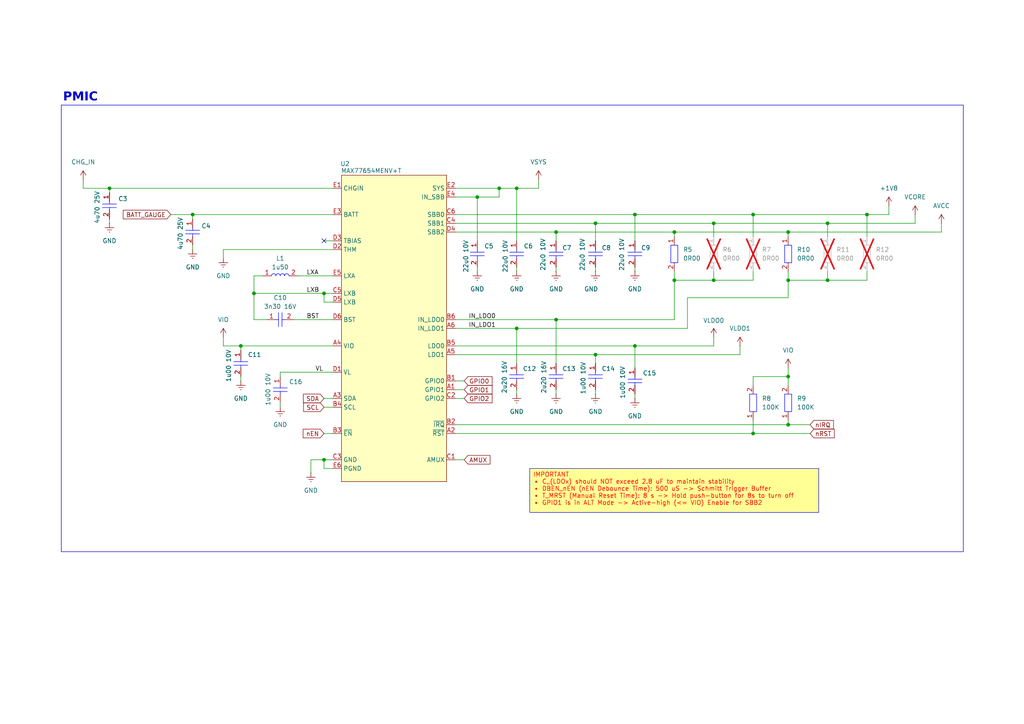
<source format=kicad_sch>
(kicad_sch (version 20231120) (generator "eeschema") (generator_version "8.0")
  (paper "A4")
  (title_block (title "[2] PMIC") (rev "0.1") (company "Embedded Systems Laboratory - EPFL"))
  (lib_symbols
    (symbol "X-MODs_SchLib:C0402C105K8PACTU"
      (property "Reference" "C" (at -4.064 5.588 0))
      (property "Value" "1u00 10V" (at -4.064 3.302 0))
      (symbol "C0402C105K8PACTU_1_1"
        (polyline (pts (xy -1.27 0) (xy -0.508 0)) (stroke (width 0) (color 0 0 255 1)))
        (polyline (pts (xy -0.508 2.032) (xy -0.508 -2.032)) (stroke (width 0) (color 0 0 255 1)))
        (polyline (pts (xy 0.508 2.032) (xy 0.508 -2.032)) (stroke (width 0) (color 0 0 255 1)))
        (polyline (pts (xy 1.27 0) (xy 0.508 0)) (stroke (width 0) (color 0 0 255 1)))
        (pin passive line (at -3.81 0 0) (length 2.54) (name "") (number "1"))
        (pin passive line (at 3.81 0 180) (length 2.54) (name "") (number "2"))
      )
    )
    (symbol "X-MODs_SchLib:CRCW0402100KFKEDC"
      (property "Reference" "R" (at -4.064 5.588 0))
      (property "Value" "100K" (at -4.064 3.302 0))
      (symbol "CRCW0402100KFKEDC_0_1"
        (rectangle (start -2.54 1.016) (end 2.54 -1.016) (stroke (width 0) (color 0 0 255 1)))
      )
      (symbol "CRCW0402100KFKEDC_1_1"
        (pin passive line (at -5.08 0 0) (length 2.54) (name "") (number "1"))
        (pin passive line (at 5.08 0 180) (length 2.54) (name "") (number "2"))
      )
    )
    (symbol "X-MODs_SchLib:DFE201612E-1R5M=P2"
      (property "Reference" "L" (at -4.064 5.588 0))
      (property "Value" "1u50" (at -4.064 3.302 0))
      (symbol "DFE201612E-1R5M=P2_0_1"
        (arc (start -1.27 0.0027) (mid -1.905 0.635) (end -2.54 0.0027) (stroke (width 0) (color 0 0 255 1)))
        (arc (start 0 0.0027) (mid -0.635 0.635) (end -1.27 0.0027) (stroke (width 0) (color 0 0 255 1)))
        (arc (start 1.27 0.0027) (mid 0.635 0.635) (end 0 0.0027) (stroke (width 0) (color 0 0 255 1)))
        (arc (start 2.54 0.0027) (mid 1.905 0.635) (end 1.27 0.0027) (stroke (width 0) (color 0 0 255 1)))
      )
      (symbol "DFE201612E-1R5M=P2_1_1"
        (pin passive line (at -5.08 0 0) (length 2.54) (name "") (number "1"))
        (pin passive line (at 5.08 0 180) (length 2.54) (name "") (number "2"))
      )
    )
    (symbol "X-MODs_SchLib:GRM155R61C225KE44D"
      (property "Reference" "C" (at -4.064 5.588 0))
      (property "Value" "2u20 16V" (at -4.064 3.302 0))
      (symbol "GRM155R61C225KE44D_1_1"
        (polyline (pts (xy -1.27 0) (xy -0.508 0)) (stroke (width 0) (color 0 0 255 1)))
        (polyline (pts (xy -0.508 2.032) (xy -0.508 -2.032)) (stroke (width 0) (color 0 0 255 1)))
        (polyline (pts (xy 0.508 2.032) (xy 0.508 -2.032)) (stroke (width 0) (color 0 0 255 1)))
        (polyline (pts (xy 1.27 0) (xy 0.508 0)) (stroke (width 0) (color 0 0 255 1)))
        (pin passive line (at -3.81 0 0) (length 2.54) (name "") (number "1"))
        (pin passive line (at 3.81 0 180) (length 2.54) (name "") (number "2"))
      )
    )
    (symbol "X-MODs_SchLib:GRM15XR71C332KA86D"
      (property "Reference" "C" (at -4.064 5.588 0))
      (property "Value" "3n30 16V" (at -4.064 3.302 0))
      (symbol "GRM15XR71C332KA86D_1_1"
        (polyline (pts (xy -1.27 0) (xy -0.508 0)) (stroke (width 0) (color 0 0 255 1)))
        (polyline (pts (xy -0.508 2.032) (xy -0.508 -2.032)) (stroke (width 0) (color 0 0 255 1)))
        (polyline (pts (xy 0.508 2.032) (xy 0.508 -2.032)) (stroke (width 0) (color 0 0 255 1)))
        (polyline (pts (xy 1.27 0) (xy 0.508 0)) (stroke (width 0) (color 0 0 255 1)))
        (pin passive line (at -3.81 0 0) (length 2.54) (name "") (number "1"))
        (pin passive line (at 3.81 0 180) (length 2.54) (name "") (number "2"))
      )
    )
    (symbol "X-MODs_SchLib:GRM188R61A226ME15D"
      (property "Reference" "C" (at -4.064 5.588 0))
      (property "Value" "22u0 10V" (at -4.064 3.302 0))
      (symbol "GRM188R61A226ME15D_1_1"
        (polyline (pts (xy -1.27 0) (xy -0.508 0)) (stroke (width 0) (color 0 0 255 1)))
        (polyline (pts (xy -0.508 2.032) (xy -0.508 -2.032)) (stroke (width 0) (color 0 0 255 1)))
        (polyline (pts (xy 0.508 2.032) (xy 0.508 -2.032)) (stroke (width 0) (color 0 0 255 1)))
        (polyline (pts (xy 1.27 0) (xy 0.508 0)) (stroke (width 0) (color 0 0 255 1)))
        (pin passive line (at -3.81 0 0) (length 2.54) (name "") (number "1"))
        (pin passive line (at 3.81 0 180) (length 2.54) (name "") (number "2"))
      )
    )
    (symbol "X-MODs_SchLib:GRM188R61E475KE11D"
      (property "Reference" "C" (at -4.064 5.588 0))
      (property "Value" "4u70 25V" (at -4.064 3.302 0))
      (symbol "GRM188R61E475KE11D_1_1"
        (polyline (pts (xy -1.27 0) (xy -0.508 0)) (stroke (width 0) (color 0 0 255 1)))
        (polyline (pts (xy -0.508 2.032) (xy -0.508 -2.032)) (stroke (width 0) (color 0 0 255 1)))
        (polyline (pts (xy 0.508 2.032) (xy 0.508 -2.032)) (stroke (width 0) (color 0 0 255 1)))
        (polyline (pts (xy 1.27 0) (xy 0.508 0)) (stroke (width 0) (color 0 0 255 1)))
        (pin passive line (at -3.81 0 0) (length 2.54) (name "") (number "1"))
        (pin passive line (at 3.81 0 180) (length 2.54) (name "") (number "2"))
      )
    )
    (symbol "X-MODs_SchLib:MAX77654MENV+T"
      (property "Reference" "U" (at -0.254 2.794 0))
      (property "Value" " MAX77654MENV+T " (at -1.27 1.016 0))
      (symbol "MAX77654MENV+T_0_1"
        (rectangle (start 0 0) (end 30.48 -88.9) (stroke (width 0) (color 128 0 0 1)) (fill (type background)))
      )
      (symbol "MAX77654MENV+T_1_1"
        (pin passive line (at 33.02 -62.23 180) (length 2.54) (name "GPIO1") (number "A1"))
        (pin passive line (at 33.02 -74.93 180) (length 2.54) (name "~{RST}") (number "A2"))
        (pin passive line (at -2.54 -64.77 0) (length 2.54) (name "SDA") (number "A3"))
        (pin passive line (at -2.54 -49.53 0) (length 2.54) (name "VIO") (number "A4"))
        (pin passive line (at 33.02 -52.07 180) (length 2.54) (name "LDO1") (number "A5"))
        (pin passive line (at 33.02 -44.45 180) (length 2.54) (name "IN_LDO1") (number "A6"))
        (pin passive line (at 33.02 -59.69 180) (length 2.54) (name "GPIO0") (number "B1"))
        (pin passive line (at 33.02 -72.39 180) (length 2.54) (name "~{IRQ}") (number "B2"))
        (pin passive line (at -2.54 -74.93 0) (length 2.54) (name "~{EN}") (number "B3"))
        (pin passive line (at -2.54 -67.31 0) (length 2.54) (name "SCL") (number "B4"))
        (pin passive line (at 33.02 -49.53 180) (length 2.54) (name "LDO0") (number "B5"))
        (pin passive line (at 33.02 -41.91 180) (length 2.54) (name "IN_LDO0") (number "B6"))
        (pin passive line (at 33.02 -82.55 180) (length 2.54) (name "AMUX") (number "C1"))
        (pin passive line (at 33.02 -64.77 180) (length 2.54) (name "GPIO2") (number "C2"))
        (pin passive line (at -2.54 -82.55 0) (length 2.54) (name "GND") (number "C3"))
        (pin passive line (at 33.02 -13.97 180) (length 2.54) (name "SBB1") (number "C4"))
        (pin passive line (at -2.54 -34.29 0) (length 2.54) (name "LXB") (number "C5"))
        (pin passive line (at 33.02 -11.43 180) (length 2.54) (name "SBB0") (number "C6"))
        (pin passive line (at -2.54 -57.15 0) (length 2.54) (name "VL") (number "D1"))
        (pin passive line (at -2.54 -21.59 0) (length 2.54) (name "THM") (number "D2"))
        (pin passive line (at -2.54 -19.05 0) (length 2.54) (name "TBIAS") (number "D3"))
        (pin passive line (at 33.02 -16.51 180) (length 2.54) (name "SBB2") (number "D4"))
        (pin passive line (at -2.54 -36.83 0) (length 2.54) (name "LXB") (number "D5"))
        (pin passive line (at -2.54 -41.91 0) (length 2.54) (name "BST") (number "D6"))
        (pin passive line (at -2.54 -3.81 0) (length 2.54) (name "CHGIN") (number "E1"))
        (pin passive line (at 33.02 -3.81 180) (length 2.54) (name "SYS") (number "E2"))
        (pin passive line (at -2.54 -11.43 0) (length 2.54) (name "BATT") (number "E3"))
        (pin passive line (at 33.02 -6.35 180) (length 2.54) (name "IN_SBB") (number "E4"))
        (pin passive line (at -2.54 -29.21 0) (length 2.54) (name "LXA") (number "E5"))
        (pin passive line (at -2.54 -85.09 0) (length 2.54) (name "PGND") (number "E6"))
      )
    )
    (symbol "X-MODs_SchLib:RK73Z1ETTP"
      (property "Reference" "R" (at -4.064 5.588 0))
      (property "Value" "0R00" (at -4.064 3.302 0))
      (symbol "RK73Z1ETTP_0_1"
        (rectangle (start -2.54 1.016) (end 2.54 -1.016) (stroke (width 0) (color 0 0 255 1)))
      )
      (symbol "RK73Z1ETTP_1_1"
        (pin passive line (at -5.08 0 0) (length 2.54) (name "") (number "1"))
        (pin passive line (at 5.08 0 180) (length 2.54) (name "") (number "2"))
      )
    )
    (symbol "power:+1V8" (power) (pin_numbers hide) (pin_names (offset 0) hide)
      (property "Value" "+1V8" (at 0 3.556 0))
      (symbol "+1V8_0_1"
        (polyline (pts (xy -0.762 1.27) (xy 0 2.54)))
        (polyline (pts (xy 0 0) (xy 0 2.54)))
        (polyline (pts (xy 0 2.54) (xy 0.762 1.27)))
      )
      (symbol "+1V8_1_1"
        (pin power_in line (at 0 0 90) (length 0) (name "~") (number "1"))
      )
    )
    (symbol "power:Earth" (power) (pin_numbers hide) (pin_names (offset 0) hide)
      (property "Value" "Earth" (at 0 -3.81 0))
      (symbol "Earth_0_1"
        (polyline (pts (xy -0.635 -1.905) (xy 0.635 -1.905)))
        (polyline (pts (xy -0.127 -2.54) (xy 0.127 -2.54)))
        (polyline (pts (xy 0 -1.27) (xy 0 0)))
        (polyline (pts (xy 1.27 -1.27) (xy -1.27 -1.27)))
      )
      (symbol "Earth_1_1"
        (pin power_in line (at 0 0 270) (length 0) (name "~") (number "1"))
      )
    )
  )
  (junction (at 31.75 54.61))
  (junction (at 93.98 133.35))
  (junction (at 207.01 64.77))
  (junction (at 161.29 92.71))
  (junction (at 149.86 95.25))
  (junction (at 228.6 123.19))
  (junction (at 218.44 62.23))
  (junction (at 218.44 125.73))
  (junction (at 149.86 54.61))
  (junction (at 207.01 81.28))
  (junction (at 195.58 81.28))
  (junction (at 161.29 67.31))
  (junction (at 240.03 64.77))
  (junction (at 144.78 54.61))
  (junction (at 228.6 81.28))
  (junction (at 172.72 64.77))
  (junction (at 69.85 100.33))
  (junction (at 228.6 67.31))
  (junction (at 138.43 57.15))
  (junction (at 251.46 62.23))
  (junction (at 184.15 100.33))
  (junction (at 228.6 109.22))
  (junction (at 184.15 62.23))
  (junction (at 55.88 62.23))
  (junction (at 93.98 85.09))
  (junction (at 240.03 81.28))
  (junction (at 195.58 67.31))
  (junction (at 172.72 102.87))
  (junction (at 73.66 85.09))
  (no_connect (at 93.98 69.85))
  (wire (pts (xy 93.98 69.85) (xy 96.52 69.85)))
  (wire (pts (xy 172.72 102.87) (xy 214.63 102.87)))
  (wire (pts (xy 86.36 80.01) (xy 96.52 80.01)))
  (wire (pts (xy 240.03 64.77) (xy 240.03 68.58)))
  (wire (pts (xy 184.15 77.47) (xy 184.15 78.74)))
  (wire (pts (xy 24.13 54.61) (xy 31.75 54.61)))
  (wire (pts (xy 64.77 97.79) (xy 64.77 100.33)))
  (wire (pts (xy 172.72 77.47) (xy 172.72 78.74)))
  (wire (pts (xy 161.29 77.47) (xy 161.29 78.74)))
  (wire (pts (xy 257.81 62.23) (xy 257.81 59.69)))
  (wire (pts (xy 228.6 81.28) (xy 228.6 86.36)))
  (wire (pts (xy 132.08 92.71) (xy 161.29 92.71)))
  (wire (pts (xy 132.08 102.87) (xy 172.72 102.87)))
  (wire (pts (xy 138.43 57.15) (xy 144.78 57.15)))
  (wire (pts (xy 144.78 57.15) (xy 144.78 54.61)))
  (wire (pts (xy 149.86 95.25) (xy 149.86 105.41)))
  (wire (pts (xy 49.53 62.23) (xy 55.88 62.23)))
  (wire (pts (xy 172.72 64.77) (xy 207.01 64.77)))
  (wire (pts (xy 156.21 52.07) (xy 156.21 54.61)))
  (wire (pts (xy 195.58 81.28) (xy 195.58 92.71)))
  (wire (pts (xy 218.44 121.92) (xy 218.44 125.73)))
  (wire (pts (xy 273.05 64.77) (xy 273.05 67.31)))
  (wire (pts (xy 172.72 64.77) (xy 172.72 69.85)))
  (wire (pts (xy 132.08 125.73) (xy 218.44 125.73)))
  (wire (pts (xy 93.98 85.09) (xy 96.52 85.09)))
  (wire (pts (xy 228.6 78.74) (xy 228.6 81.28)))
  (wire (pts (xy 161.29 113.03) (xy 161.29 114.3)))
  (wire (pts (xy 161.29 92.71) (xy 161.29 105.41)))
  (wire (pts (xy 93.98 118.11) (xy 96.52 118.11)))
  (wire (pts (xy 96.52 133.35) (xy 93.98 133.35)))
  (wire (pts (xy 195.58 78.74) (xy 195.58 81.28)))
  (wire (pts (xy 132.08 123.19) (xy 228.6 123.19)))
  (wire (pts (xy 199.39 86.36) (xy 228.6 86.36)))
  (wire (pts (xy 144.78 54.61) (xy 149.86 54.61)))
  (wire (pts (xy 195.58 67.31) (xy 195.58 68.58)))
  (wire (pts (xy 149.86 95.25) (xy 199.39 95.25)))
  (wire (pts (xy 132.08 67.31) (xy 161.29 67.31)))
  (wire (pts (xy 31.75 54.61) (xy 31.75 55.88)))
  (wire (pts (xy 132.08 57.15) (xy 138.43 57.15)))
  (wire (pts (xy 207.01 78.74) (xy 207.01 81.28)))
  (wire (pts (xy 93.98 125.73) (xy 96.52 125.73)))
  (wire (pts (xy 240.03 78.74) (xy 240.03 81.28)))
  (wire (pts (xy 24.13 52.07) (xy 24.13 54.61)))
  (wire (pts (xy 138.43 77.47) (xy 138.43 78.74)))
  (wire (pts (xy 132.08 100.33) (xy 184.15 100.33)))
  (wire (pts (xy 93.98 115.57) (xy 96.52 115.57)))
  (wire (pts (xy 149.86 54.61) (xy 149.86 69.85)))
  (wire (pts (xy 218.44 78.74) (xy 218.44 81.28)))
  (wire (pts (xy 218.44 81.28) (xy 207.01 81.28)))
  (wire (pts (xy 228.6 81.28) (xy 240.03 81.28)))
  (wire (pts (xy 55.88 71.12) (xy 55.88 72.39)))
  (wire (pts (xy 149.86 113.03) (xy 149.86 114.3)))
  (wire (pts (xy 132.08 115.57) (xy 134.62 115.57)))
  (wire (pts (xy 184.15 100.33) (xy 207.01 100.33)))
  (wire (pts (xy 132.08 62.23) (xy 184.15 62.23)))
  (wire (pts (xy 132.08 54.61) (xy 144.78 54.61)))
  (wire (pts (xy 96.52 87.63) (xy 93.98 87.63)))
  (wire (pts (xy 149.86 77.47) (xy 149.86 78.74)))
  (wire (pts (xy 132.08 110.49) (xy 134.62 110.49)))
  (wire (pts (xy 184.15 62.23) (xy 184.15 69.85)))
  (wire (pts (xy 73.66 80.01) (xy 73.66 85.09)))
  (wire (pts (xy 69.85 109.22) (xy 69.85 110.49)))
  (wire (pts (xy 184.15 100.33) (xy 184.15 106.68)))
  (wire (pts (xy 199.39 95.25) (xy 199.39 86.36)))
  (wire (pts (xy 77.47 92.71) (xy 73.66 92.71)))
  (wire (pts (xy 172.72 113.03) (xy 172.72 114.3)))
  (wire (pts (xy 161.29 92.71) (xy 195.58 92.71)))
  (wire (pts (xy 207.01 100.33) (xy 207.01 97.79)))
  (wire (pts (xy 69.85 100.33) (xy 96.52 100.33)))
  (wire (pts (xy 207.01 64.77) (xy 207.01 68.58)))
  (wire (pts (xy 73.66 85.09) (xy 93.98 85.09)))
  (wire (pts (xy 218.44 125.73) (xy 234.95 125.73)))
  (wire (pts (xy 85.09 92.71) (xy 96.52 92.71)))
  (wire (pts (xy 81.28 116.84) (xy 81.28 118.11)))
  (wire (pts (xy 69.85 100.33) (xy 69.85 101.6)))
  (wire (pts (xy 161.29 67.31) (xy 161.29 69.85)))
  (wire (pts (xy 64.77 72.39) (xy 96.52 72.39)))
  (wire (pts (xy 195.58 67.31) (xy 228.6 67.31)))
  (wire (pts (xy 218.44 62.23) (xy 218.44 68.58)))
  (wire (pts (xy 228.6 109.22) (xy 228.6 111.76)))
  (wire (pts (xy 55.88 62.23) (xy 55.88 63.5)))
  (wire (pts (xy 184.15 62.23) (xy 218.44 62.23)))
  (wire (pts (xy 195.58 81.28) (xy 207.01 81.28)))
  (wire (pts (xy 55.88 62.23) (xy 96.52 62.23)))
  (wire (pts (xy 228.6 106.68) (xy 228.6 109.22)))
  (wire (pts (xy 214.63 100.33) (xy 214.63 102.87)))
  (wire (pts (xy 132.08 95.25) (xy 149.86 95.25)))
  (wire (pts (xy 93.98 87.63) (xy 93.98 85.09)))
  (wire (pts (xy 218.44 109.22) (xy 228.6 109.22)))
  (wire (pts (xy 251.46 62.23) (xy 251.46 68.58)))
  (wire (pts (xy 207.01 64.77) (xy 240.03 64.77)))
  (wire (pts (xy 81.28 107.95) (xy 96.52 107.95)))
  (wire (pts (xy 64.77 72.39) (xy 64.77 74.93)))
  (wire (pts (xy 240.03 64.77) (xy 265.43 64.77)))
  (wire (pts (xy 228.6 123.19) (xy 234.95 123.19)))
  (wire (pts (xy 76.2 80.01) (xy 73.66 80.01)))
  (wire (pts (xy 161.29 67.31) (xy 195.58 67.31)))
  (wire (pts (xy 96.52 135.89) (xy 93.98 135.89)))
  (wire (pts (xy 81.28 107.95) (xy 81.28 109.22)))
  (wire (pts (xy 149.86 54.61) (xy 156.21 54.61)))
  (wire (pts (xy 228.6 67.31) (xy 228.6 68.58)))
  (wire (pts (xy 132.08 133.35) (xy 134.62 133.35)))
  (wire (pts (xy 93.98 133.35) (xy 90.17 133.35)))
  (wire (pts (xy 265.43 64.77) (xy 265.43 62.23)))
  (wire (pts (xy 228.6 67.31) (xy 273.05 67.31)))
  (wire (pts (xy 31.75 63.5) (xy 31.75 64.77)))
  (wire (pts (xy 73.66 85.09) (xy 73.66 92.71)))
  (wire (pts (xy 90.17 133.35) (xy 90.17 137.16)))
  (wire (pts (xy 251.46 81.28) (xy 240.03 81.28)))
  (wire (pts (xy 93.98 133.35) (xy 93.98 135.89)))
  (wire (pts (xy 251.46 78.74) (xy 251.46 81.28)))
  (wire (pts (xy 132.08 64.77) (xy 172.72 64.77)))
  (wire (pts (xy 64.77 100.33) (xy 69.85 100.33)))
  (wire (pts (xy 172.72 102.87) (xy 172.72 105.41)))
  (wire (pts (xy 218.44 111.76) (xy 218.44 109.22)))
  (wire (pts (xy 228.6 123.19) (xy 228.6 121.92)))
  (wire (pts (xy 251.46 62.23) (xy 257.81 62.23)))
  (wire (pts (xy 31.75 54.61) (xy 96.52 54.61)))
  (wire (pts (xy 132.08 113.03) (xy 134.62 113.03)))
  (wire (pts (xy 138.43 57.15) (xy 138.43 69.85)))
  (wire (pts (xy 184.15 114.3) (xy 184.15 115.57)))
  (wire (pts (xy 218.44 62.23) (xy 251.46 62.23)))
  (rectangle (start 17.78 30.48) (end 279.4 160.02))
  (text_box "IMPORTANT \n• C_(LDOx) should NOT exceed 2.8 uF to maintain stability\n• DBEN_nEN (nEN Debounce Time): 500 uS -> Schmitt Trigger Buffer \n• T_MRST (Manual Reset Time): 8 s -> Hold push-button for 8s to turn off\n• GPIO1 is in ALT Mode -> Active-high (<= VIO) Enable for SBB2\n\n" (at 153.67 135.89 0) (size 83.82 12.7) (fill (type color) (color 255 255 150 1)) (effects (font (size 1.27 1.27)) (justify left top)))
  (text "PMIC" (at 18.288 28.956 0) (effects (font (size 2.54 2.54) (thickness 0.254) (bold yes) (italic yes)) (justify left)))
  (label "LXB" (at 88.9 85.09 0))
  (label "IN_LDO1" (at 135.89 95.25 0))
  (label "IN_LDO0" (at 135.89 92.71 0))
  (label "VL" (at 91.44 107.95 0))
  (label "BST" (at 88.9 92.71 0))
  (label "LXA" (at 88.9 80.01 0))
  (global_label "GPIO1" (shape input) (at 134.62 113.03 0) (property "Intersheetrefs" "${INTERSHEET_REFS}" (effects (hide yes))))
  (global_label "SCL" (shape input) (at 93.98 118.11 180) (property "Intersheetrefs" "${INTERSHEET_REFS}" (effects (hide yes))))
  (global_label "GPIO0" (shape input) (at 134.62 110.49 0) (property "Intersheetrefs" "${INTERSHEET_REFS}" (effects (hide yes))))
  (global_label "GPIO2" (shape input) (at 134.62 115.57 0) (property "Intersheetrefs" "${INTERSHEET_REFS}" (effects (hide yes))))
  (global_label "BATT_GAUGE" (shape input) (at 49.53 62.23 180) (property "Intersheetrefs" "${INTERSHEET_REFS}" (effects (hide yes))))
  (global_label "nEN" (shape input) (at 93.98 125.73 180) (property "Intersheetrefs" "${INTERSHEET_REFS}" (effects (hide yes))))
  (global_label "SDA" (shape input) (at 93.98 115.57 180) (property "Intersheetrefs" "${INTERSHEET_REFS}" (effects (hide yes))))
  (global_label "nRST" (shape input) (at 234.95 125.73 0) (property "Intersheetrefs" "${INTERSHEET_REFS}" (effects (hide yes))))
  (global_label "AMUX" (shape input) (at 134.62 133.35 0) (property "Intersheetrefs" "${INTERSHEET_REFS}" (effects (hide yes))))
  (global_label "nIRQ" (shape input) (at 234.95 123.19 0) (property "Intersheetrefs" "${INTERSHEET_REFS}" (effects (hide yes))))
  (symbol (lib_id "power:Earth") (at 69.85 110.49 0) (unit 1)
    (property "Reference" "#PWR037" (effects (hide yes)))
    (property "Value" "GND" (at 69.85 115.57 0))
    (property "Description" "Power symbol creates a global label with name \"Earth\"" (effects (hide yes)))
  )
  (symbol (lib_id "X-MODs_SchLib:GRM188R61E475KE11D") (at 55.88 67.31 270) (unit 1)
    (property "Reference" "C4" (at 58.42 65.532 90) (effects (justify left)))
    (property "Value" "4u70 25V" (at 52.324 62.992 0) (effects (justify left)))
    (property "Footprint" "X-MODs_PcbLib:C0603" (effects (hide yes)))
    (property "Datasheet" "https://www.mouser.es/datasheet/2/281/1/GRM155R60J474KE19_01A-1983776.pdf" (effects (hide yes)))
    (property "Description" "Multilayer Ceramic Capacitors MLCC - SMD/SMT 4.7 uF 25 VDC 10% 0603 X5R" (effects (hide yes)))
    (property "MPN" "GRM188R61E475KE11D" (effects (hide yes)))
  )
  (symbol (lib_id "power:Earth") (at 172.72 78.74 0) (unit 1)
    (property "Reference" "#PWR031" (effects (hide yes)))
    (property "Value" "GND" (at 171.45 83.82 0))
    (property "Description" "Power symbol creates a global label with name \"Earth\"" (effects (hide yes)))
  )
  (symbol (lib_id "X-MODs_SchLib:C0402C105K8PACTU") (at 81.28 113.03 270) (unit 1)
    (property "Reference" "C16" (at 83.82 110.744 90) (effects (justify left)))
    (property "Value" "1u00 10V" (at 77.724 108.204 0) (effects (justify left)))
    (property "Footprint" "X-MODs_PcbLib:C0402" (effects (hide yes)))
    (property "Datasheet" "https://www.mouser.es/datasheet/2/447/KEM_C1006_X5R_SMD-3316465.pdf" (effects (hide yes)))
    (property "Description" "Multilayer Ceramic Capacitors MLCC - SMD/SMT 10V 1uF X5R 0402 10%" (effects (hide yes)))
    (property "MPN" "C0402C105K8PACTU" (effects (hide yes)))
  )
  (symbol (lib_id "X-MODs_SchLib:RK73Z1ETTP") (at 240.03 73.66 270) (unit 1) (dnp yes)
    (property "Reference" "R11" (at 242.57 72.3899 90) (effects (justify left)))
    (property "Value" "0R00" (at 242.57 74.9299 90) (effects (justify left)))
    (property "Footprint" "X-MODs_PcbLib:R0402" (effects (hide yes)))
    (property "Datasheet" "https://www.koaspeer.com/pdfs/RK73Z.pdf" (effects (hide yes)))
    (property "Description" "Thick Film Resistors ZEROohms JUMPER" (effects (hide yes)))
    (property "MPN" "RK73Z1ETTP" (effects (hide yes)))
  )
  (symbol (lib_id "X-MODs_SchLib:CRCW0402100KFKEDC") (at 218.44 116.84 90) (unit 1)
    (property "Reference" "R8" (at 220.98 115.5699 90) (effects (justify right)))
    (property "Value" "100K" (at 220.98 118.1099 90) (effects (justify right)))
    (property "Footprint" "X-MODs_PcbLib:R0402" (effects (hide yes)))
    (property "Datasheet" "https://www.vishay.com/doc?28773" (effects (hide yes)))
    (property "Description" "Thick Film Resistors - SMD 1/16watt 100Kohms 1% Commercial Use" (effects (hide yes)))
    (property "MPN" "CRCW0402100KFKEDC" (effects (hide yes)))
  )
  (symbol (lib_id "power:+1V8") (at 265.43 62.23 0) (unit 1)
    (property "Reference" "#PWR023" (effects (hide yes)))
    (property "Value" "VCORE" (at 265.43 57.15 0))
    (property "Description" "Power symbol creates a global label with name \"+1V8\"" (effects (hide yes)))
  )
  (symbol (lib_id "power:+1V8") (at 228.6 106.68 0) (unit 1)
    (property "Reference" "#PWR036" (effects (hide yes)))
    (property "Value" "VIO" (at 228.6 101.6 0))
    (property "Description" "Power symbol creates a global label with name \"+1V8\"" (effects (hide yes)))
  )
  (symbol (lib_id "X-MODs_SchLib:MAX77654MENV+T") (at 99.06 50.8 0) (unit 1)
    (property "Reference" "U2" (at 100.076 47.498 0))
    (property "Value" "MAX77654MENV+T" (at 107.696 49.53 0))
    (property "Footprint" "X-MODs_PcbLib:WLCSP-30_2.788x2.338mm_P0.4mm" (effects (hide yes)))
    (property "Datasheet" "https://www.mouser.es/datasheet/2/609/1/max77654-3470828.pdf" (effects (hide yes)))
    (property "Description" "Power Management Specialised - PMIC Ultra Low Power PMIC w/ 3-Output SIMO + 2 LDOs" (effects (hide yes)))
    (property "MPN" "MAX77654MENV+T" (effects (hide yes)))
  )
  (symbol (lib_id "power:Earth") (at 161.29 78.74 0) (unit 1)
    (property "Reference" "#PWR030" (effects (hide yes)))
    (property "Value" "GND" (at 161.29 83.82 0))
    (property "Description" "Power symbol creates a global label with name \"Earth\"" (effects (hide yes)))
  )
  (symbol (lib_id "X-MODs_SchLib:C0402C105K8PACTU") (at 172.72 109.22 270) (unit 1)
    (property "Reference" "C14" (at 174.498 106.934 90) (effects (justify left)))
    (property "Value" "1u00 10V" (at 169.164 104.902 0) (effects (justify left)))
    (property "Footprint" "X-MODs_PcbLib:C0402" (effects (hide yes)))
    (property "Datasheet" "https://www.mouser.es/datasheet/2/447/KEM_C1006_X5R_SMD-3316465.pdf" (effects (hide yes)))
    (property "Description" "Multilayer Ceramic Capacitors MLCC - SMD/SMT 10V 1uF X5R 0402 10%" (effects (hide yes)))
    (property "MPN" "C0402C105K8PACTU" (effects (hide yes)))
  )
  (symbol (lib_id "X-MODs_SchLib:GRM188R61A226ME15D") (at 184.15 73.66 270) (unit 1)
    (property "Reference" "C9" (at 185.928 71.882 90) (effects (justify left)))
    (property "Value" "22u0 10V" (at 180.34 69.088 0) (effects (justify left)))
    (property "Footprint" "X-MODs_PcbLib:C0603" (effects (hide yes)))
    (property "Datasheet" "https://www.mouser.es/datasheet/2/281/1/GRM188R61A226ME15_02A-1985787.pdf" (effects (hide yes)))
    (property "Description" "Multilayer Ceramic Capacitors MLCC - SMD/SMT 22 uF 10 VDC 20% 0603 X5R" (effects (hide yes)))
    (property "MPN" "GRM188R61A226ME15D" (effects (hide yes)))
  )
  (symbol (lib_id "power:Earth") (at 184.15 78.74 0) (unit 1)
    (property "Reference" "#PWR032" (effects (hide yes)))
    (property "Value" "GND" (at 184.15 83.82 0))
    (property "Description" "Power symbol creates a global label with name \"Earth\"" (effects (hide yes)))
  )
  (symbol (lib_id "X-MODs_SchLib:GRM15XR71C332KA86D") (at 81.28 92.71 0) (unit 1)
    (property "Reference" "C10" (at 81.28 86.36 0))
    (property "Value" "3n30 16V" (at 81.28 88.9 0))
    (property "Footprint" "X-MODs_PcbLib:C0402" (effects (hide yes)))
    (property "Datasheet" "https://www.mouser.es/datasheet/2/281/1/GRM15XR71C332KA86_01A-1984603.pdf" (effects (hide yes)))
    (property "Description" "Multilayer Ceramic Capacitors MLCC - SMD/SMT 3300 pF 16 VDC 10% 0402 X7R" (effects (hide yes)))
    (property "MPN" "GRM15XR71C332KA86D" (effects (hide yes)))
  )
  (symbol (lib_id "power:+1V8") (at 273.05 64.77 0) (unit 1)
    (property "Reference" "#PWR025" (effects (hide yes)))
    (property "Value" "AVCC" (at 273.05 59.69 0))
    (property "Description" "Power symbol creates a global label with name \"+1V8\"" (effects (hide yes)))
  )
  (symbol (lib_id "X-MODs_SchLib:GRM188R61E475KE11D") (at 31.75 59.69 270) (unit 1)
    (property "Reference" "C3" (at 34.29 57.658 90) (effects (justify left)))
    (property "Value" "4u70 25V" (at 28.194 55.372 0) (effects (justify left)))
    (property "Footprint" "X-MODs_PcbLib:C0603" (effects (hide yes)))
    (property "Datasheet" "https://www.mouser.es/datasheet/2/281/1/GRM155R60J474KE19_01A-1983776.pdf" (effects (hide yes)))
    (property "Description" "Multilayer Ceramic Capacitors MLCC - SMD/SMT 4.7 uF 25 VDC 10% 0603 X5R" (effects (hide yes)))
    (property "MPN" "GRM188R61E475KE11D" (effects (hide yes)))
  )
  (symbol (lib_id "X-MODs_SchLib:RK73Z1ETTP") (at 207.01 73.66 270) (unit 1) (dnp yes)
    (property "Reference" "R6" (at 209.55 72.3899 90) (effects (justify left)))
    (property "Value" "0R00" (at 209.55 74.9299 90) (effects (justify left)))
    (property "Footprint" "X-MODs_PcbLib:R0402" (effects (hide yes)))
    (property "Datasheet" "https://www.koaspeer.com/pdfs/RK73Z.pdf" (effects (hide yes)))
    (property "Description" "Thick Film Resistors ZEROohms JUMPER" (effects (hide yes)))
    (property "MPN" "RK73Z1ETTP" (effects (hide yes)))
  )
  (symbol (lib_id "power:Earth") (at 64.77 74.93 0) (unit 1)
    (property "Reference" "#PWR027" (effects (hide yes)))
    (property "Value" "GND" (at 64.77 80.01 0))
    (property "Description" "Power symbol creates a global label with name \"Earth\"" (effects (hide yes)))
  )
  (symbol (lib_id "X-MODs_SchLib:C0402C105K8PACTU") (at 184.15 110.49 270) (unit 1)
    (property "Reference" "C15" (at 186.436 108.204 90) (effects (justify left)))
    (property "Value" "1u00 10V" (at 180.594 106.172 0) (effects (justify left)))
    (property "Footprint" "X-MODs_PcbLib:C0402" (effects (hide yes)))
    (property "Datasheet" "https://www.mouser.es/datasheet/2/447/KEM_C1006_X5R_SMD-3316465.pdf" (effects (hide yes)))
    (property "Description" "Multilayer Ceramic Capacitors MLCC - SMD/SMT 10V 1uF X5R 0402 10%" (effects (hide yes)))
    (property "MPN" "C0402C105K8PACTU" (effects (hide yes)))
  )
  (symbol (lib_id "power:Earth") (at 90.17 137.16 0) (unit 1)
    (property "Reference" "#PWR043" (effects (hide yes)))
    (property "Value" "GND" (at 90.17 142.24 0))
    (property "Description" "Power symbol creates a global label with name \"Earth\"" (effects (hide yes)))
  )
  (symbol (lib_id "X-MODs_SchLib:CRCW0402100KFKEDC") (at 228.6 116.84 90) (unit 1)
    (property "Reference" "R9" (at 231.14 115.5699 90) (effects (justify right)))
    (property "Value" "100K" (at 231.14 118.1099 90) (effects (justify right)))
    (property "Footprint" "X-MODs_PcbLib:R0402" (effects (hide yes)))
    (property "Datasheet" "https://www.vishay.com/doc?28773" (effects (hide yes)))
    (property "Description" "Thick Film Resistors - SMD 1/16watt 100Kohms 1% Commercial Use" (effects (hide yes)))
    (property "MPN" "CRCW0402100KFKEDC" (effects (hide yes)))
  )
  (symbol (lib_id "power:Earth") (at 81.28 118.11 0) (unit 1)
    (property "Reference" "#PWR042" (effects (hide yes)))
    (property "Value" "GND" (at 81.28 123.19 0))
    (property "Description" "Power symbol creates a global label with name \"Earth\"" (effects (hide yes)))
  )
  (symbol (lib_id "X-MODs_SchLib:DFE201612E-1R5M=P2") (at 81.28 80.01 0) (unit 1)
    (property "Reference" "L1" (at 81.28 74.93 0))
    (property "Value" "1u50" (at 81.28 77.47 0))
    (property "Footprint" "X-MODs_PcbLib:L0806" (effects (hide yes)))
    (property "Datasheet" "https://www.mouser.es/datasheet/2/281/1/J_E_TE243A_0006-3158764.pdf" (effects (hide yes)))
    (property "Description" "Power Inductors - SMD 1.5 UH 20%" (effects (hide yes)))
    (property "MPN" "DFE201612E-1R5M=P2" (effects (hide yes)))
  )
  (symbol (lib_id "X-MODs_SchLib:GRM155R61C225KE44D") (at 161.29 109.22 270) (unit 1)
    (property "Reference" "C13" (at 163.068 106.934 90) (effects (justify left)))
    (property "Value" "2u20 16V" (at 157.734 104.648 0) (effects (justify left)))
    (property "Footprint" "X-MODs_PcbLib:C0402" (effects (hide yes)))
    (property "Datasheet" "https://www.mouser.es/datasheet/2/281/1/GRM155R61C225KE44_01A-1983850.pdf" (effects (hide yes)))
    (property "Description" "Multilayer Ceramic Capacitors MLCC - SMD/SMT 2.2 uF 16 VDC 10% 0402 X5R" (effects (hide yes)))
    (property "MPN" "GRM155R61C225KE44D" (effects (hide yes)))
  )
  (symbol (lib_id "X-MODs_SchLib:GRM155R61C225KE44D") (at 149.86 109.22 270) (unit 1)
    (property "Reference" "C12" (at 151.638 106.934 90) (effects (justify left)))
    (property "Value" "2u20 16V" (at 146.304 104.648 0) (effects (justify left)))
    (property "Footprint" "X-MODs_PcbLib:C0402" (effects (hide yes)))
    (property "Datasheet" "https://www.mouser.es/datasheet/2/281/1/GRM155R61C225KE44_01A-1983850.pdf" (effects (hide yes)))
    (property "Description" "Multilayer Ceramic Capacitors MLCC - SMD/SMT 2.2 uF 16 VDC 10% 0402 X5R" (effects (hide yes)))
    (property "MPN" "GRM155R61C225KE44D" (effects (hide yes)))
  )
  (symbol (lib_id "X-MODs_SchLib:RK73Z1ETTP") (at 195.58 73.66 270) (unit 1)
    (property "Reference" "R5" (at 198.12 72.3899 90) (effects (justify left)))
    (property "Value" "0R00" (at 198.12 74.9299 90) (effects (justify left)))
    (property "Footprint" "X-MODs_PcbLib:R0402" (effects (hide yes)))
    (property "Datasheet" "https://www.koaspeer.com/pdfs/RK73Z.pdf" (effects (hide yes)))
    (property "Description" "Thick Film Resistors ZEROohms JUMPER" (effects (hide yes)))
    (property "MPN" "RK73Z1ETTP" (effects (hide yes)))
  )
  (symbol (lib_id "X-MODs_SchLib:RK73Z1ETTP") (at 218.44 73.66 270) (unit 1) (dnp yes)
    (property "Reference" "R7" (at 220.98 72.3899 90) (effects (justify left)))
    (property "Value" "0R00" (at 220.98 74.9299 90) (effects (justify left)))
    (property "Footprint" "X-MODs_PcbLib:R0402" (effects (hide yes)))
    (property "Datasheet" "https://www.koaspeer.com/pdfs/RK73Z.pdf" (effects (hide yes)))
    (property "Description" "Thick Film Resistors ZEROohms JUMPER" (effects (hide yes)))
    (property "MPN" "RK73Z1ETTP" (effects (hide yes)))
  )
  (symbol (lib_id "X-MODs_SchLib:RK73Z1ETTP") (at 228.6 73.66 270) (unit 1)
    (property "Reference" "R10" (at 231.14 72.3899 90) (effects (justify left)))
    (property "Value" "0R00" (at 231.14 74.9299 90) (effects (justify left)))
    (property "Footprint" "X-MODs_PcbLib:R0402" (effects (hide yes)))
    (property "Datasheet" "https://www.koaspeer.com/pdfs/RK73Z.pdf" (effects (hide yes)))
    (property "Description" "Thick Film Resistors ZEROohms JUMPER" (effects (hide yes)))
    (property "MPN" "RK73Z1ETTP" (effects (hide yes)))
  )
  (symbol (lib_id "power:Earth") (at 138.43 78.74 0) (unit 1)
    (property "Reference" "#PWR028" (effects (hide yes)))
    (property "Value" "GND" (at 138.43 83.82 0))
    (property "Description" "Power symbol creates a global label with name \"Earth\"" (effects (hide yes)))
  )
  (symbol (lib_id "X-MODs_SchLib:C0402C105K8PACTU") (at 69.85 105.41 270) (unit 1)
    (property "Reference" "C11" (at 71.882 102.87 90) (effects (justify left)))
    (property "Value" "1u00 10V" (at 66.294 101.346 0) (effects (justify left)))
    (property "Footprint" "X-MODs_PcbLib:C0402" (effects (hide yes)))
    (property "Datasheet" "https://www.mouser.es/datasheet/2/447/KEM_C1006_X5R_SMD-3316465.pdf" (effects (hide yes)))
    (property "Description" "Multilayer Ceramic Capacitors MLCC - SMD/SMT 10V 1uF X5R 0402 10%" (effects (hide yes)))
    (property "MPN" "C0402C105K8PACTU" (effects (hide yes)))
  )
  (symbol (lib_id "power:Earth") (at 161.29 114.3 0) (unit 1)
    (property "Reference" "#PWR039" (effects (hide yes)))
    (property "Value" "GND" (at 161.29 119.38 0))
    (property "Description" "Power symbol creates a global label with name \"Earth\"" (effects (hide yes)))
  )
  (symbol (lib_id "power:Earth") (at 55.88 72.39 0) (unit 1)
    (property "Reference" "#PWR026" (effects (hide yes)))
    (property "Value" "GND" (at 55.88 77.47 0))
    (property "Description" "Power symbol creates a global label with name \"Earth\"" (effects (hide yes)))
  )
  (symbol (lib_id "power:Earth") (at 184.15 115.57 0) (unit 1)
    (property "Reference" "#PWR041" (effects (hide yes)))
    (property "Value" "GND" (at 184.15 120.65 0))
    (property "Description" "Power symbol creates a global label with name \"Earth\"" (effects (hide yes)))
  )
  (symbol (lib_id "power:+1V8") (at 214.63 100.33 0) (unit 1)
    (property "Reference" "#PWR035" (effects (hide yes)))
    (property "Value" "VLDO1" (at 214.63 95.25 0))
    (property "Description" "Power symbol creates a global label with name \"+1V8\"" (effects (hide yes)))
  )
  (symbol (lib_id "X-MODs_SchLib:RK73Z1ETTP") (at 251.46 73.66 270) (unit 1) (dnp yes)
    (property "Reference" "R12" (at 254 72.3899 90) (effects (justify left)))
    (property "Value" "0R00" (at 254 74.9299 90) (effects (justify left)))
    (property "Footprint" "X-MODs_PcbLib:R0402" (effects (hide yes)))
    (property "Datasheet" "https://www.koaspeer.com/pdfs/RK73Z.pdf" (effects (hide yes)))
    (property "Description" "Thick Film Resistors ZEROohms JUMPER" (effects (hide yes)))
    (property "MPN" "RK73Z1ETTP" (effects (hide yes)))
  )
  (symbol (lib_id "power:+1V8") (at 64.77 97.79 0) (unit 1)
    (property "Reference" "#PWR033" (effects (hide yes)))
    (property "Value" "VIO" (at 64.77 92.71 0))
    (property "Description" "Power symbol creates a global label with name \"+1V8\"" (effects (hide yes)))
  )
  (symbol (lib_id "X-MODs_SchLib:GRM188R61A226ME15D") (at 161.29 73.66 270) (unit 1)
    (property "Reference" "C7" (at 163.068 71.882 90) (effects (justify left)))
    (property "Value" "22u0 10V" (at 157.48 69.088 0) (effects (justify left)))
    (property "Footprint" "X-MODs_PcbLib:C0603" (effects (hide yes)))
    (property "Datasheet" "https://www.mouser.es/datasheet/2/281/1/GRM188R61A226ME15_02A-1985787.pdf" (effects (hide yes)))
    (property "Description" "Multilayer Ceramic Capacitors MLCC - SMD/SMT 22 uF 10 VDC 20% 0603 X5R" (effects (hide yes)))
    (property "MPN" "GRM188R61A226ME15D" (effects (hide yes)))
  )
  (symbol (lib_id "power:+1V8") (at 156.21 52.07 0) (unit 1)
    (property "Reference" "#PWR021" (effects (hide yes)))
    (property "Value" "VSYS" (at 156.21 46.99 0))
    (property "Description" "Power symbol creates a global label with name \"+1V8\"" (effects (hide yes)))
  )
  (symbol (lib_id "power:Earth") (at 149.86 78.74 0) (unit 1)
    (property "Reference" "#PWR029" (effects (hide yes)))
    (property "Value" "GND" (at 149.86 83.82 0))
    (property "Description" "Power symbol creates a global label with name \"Earth\"" (effects (hide yes)))
  )
  (symbol (lib_id "X-MODs_SchLib:GRM188R61A226ME15D") (at 138.43 73.66 270) (unit 1)
    (property "Reference" "C5" (at 140.462 71.374 90) (effects (justify left)))
    (property "Value" "22u0 10V" (at 135.128 69.596 0) (effects (justify left)))
    (property "Footprint" "X-MODs_PcbLib:C0603" (effects (hide yes)))
    (property "Datasheet" "https://www.mouser.es/datasheet/2/281/1/GRM188R61A226ME15_02A-1985787.pdf" (effects (hide yes)))
    (property "Description" "Multilayer Ceramic Capacitors MLCC - SMD/SMT 22 uF 10 VDC 20% 0603 X5R" (effects (hide yes)))
    (property "MPN" "GRM188R61A226ME15D" (effects (hide yes)))
  )
  (symbol (lib_id "power:Earth") (at 31.75 64.77 0) (unit 1)
    (property "Reference" "#PWR024" (effects (hide yes)))
    (property "Value" "GND" (at 31.75 69.85 0))
    (property "Description" "Power symbol creates a global label with name \"Earth\"" (effects (hide yes)))
  )
  (symbol (lib_id "X-MODs_SchLib:GRM188R61A226ME15D") (at 172.72 73.66 270) (unit 1)
    (property "Reference" "C8" (at 174.498 71.882 90) (effects (justify left)))
    (property "Value" "22u0 10V" (at 168.91 69.088 0) (effects (justify left)))
    (property "Footprint" "X-MODs_PcbLib:C0603" (effects (hide yes)))
    (property "Datasheet" "https://www.mouser.es/datasheet/2/281/1/GRM188R61A226ME15_02A-1985787.pdf" (effects (hide yes)))
    (property "Description" "Multilayer Ceramic Capacitors MLCC - SMD/SMT 22 uF 10 VDC 20% 0603 X5R" (effects (hide yes)))
    (property "MPN" "GRM188R61A226ME15D" (effects (hide yes)))
  )
  (symbol (lib_id "power:+1V8") (at 24.13 52.07 0) (unit 1)
    (property "Reference" "#PWR020" (effects (hide yes)))
    (property "Value" "CHG_IN" (at 24.13 46.99 0))
    (property "Description" "Power symbol creates a global label with name \"+1V8\"" (effects (hide yes)))
  )
  (symbol (lib_id "power:Earth") (at 149.86 114.3 0) (unit 1)
    (property "Reference" "#PWR038" (effects (hide yes)))
    (property "Value" "GND" (at 149.86 119.38 0))
    (property "Description" "Power symbol creates a global label with name \"Earth\"" (effects (hide yes)))
  )
  (symbol (lib_id "X-MODs_SchLib:GRM188R61A226ME15D") (at 149.86 73.66 270) (unit 1)
    (property "Reference" "C6" (at 151.892 71.374 90) (effects (justify left)))
    (property "Value" "22u0 10V" (at 146.558 69.596 0) (effects (justify left)))
    (property "Footprint" "X-MODs_PcbLib:C0603" (effects (hide yes)))
    (property "Datasheet" "https://www.mouser.es/datasheet/2/281/1/GRM188R61A226ME15_02A-1985787.pdf" (effects (hide yes)))
    (property "Description" "Multilayer Ceramic Capacitors MLCC - SMD/SMT 22 uF 10 VDC 20% 0603 X5R" (effects (hide yes)))
    (property "MPN" "GRM188R61A226ME15D" (effects (hide yes)))
  )
  (symbol (lib_id "power:+1V8") (at 257.81 59.69 0) (unit 1)
    (property "Reference" "#PWR022" (effects (hide yes)))
    (property "Value" "+1V8" (at 257.81 54.61 0))
    (property "Description" "Power symbol creates a global label with name \"+1V8\"" (effects (hide yes)))
  )
  (symbol (lib_id "power:+1V8") (at 207.01 97.79 0) (unit 1)
    (property "Reference" "#PWR034" (effects (hide yes)))
    (property "Value" "VLDO0" (at 207.01 92.964 0))
    (property "Description" "Power symbol creates a global label with name \"+1V8\"" (effects (hide yes)))
  )
  (symbol (lib_id "power:Earth") (at 172.72 114.3 0) (unit 1)
    (property "Reference" "#PWR040" (effects (hide yes)))
    (property "Value" "GND" (at 172.72 119.38 0))
    (property "Description" "Power symbol creates a global label with name \"Earth\"" (effects (hide yes)))
  )
)
</source>
